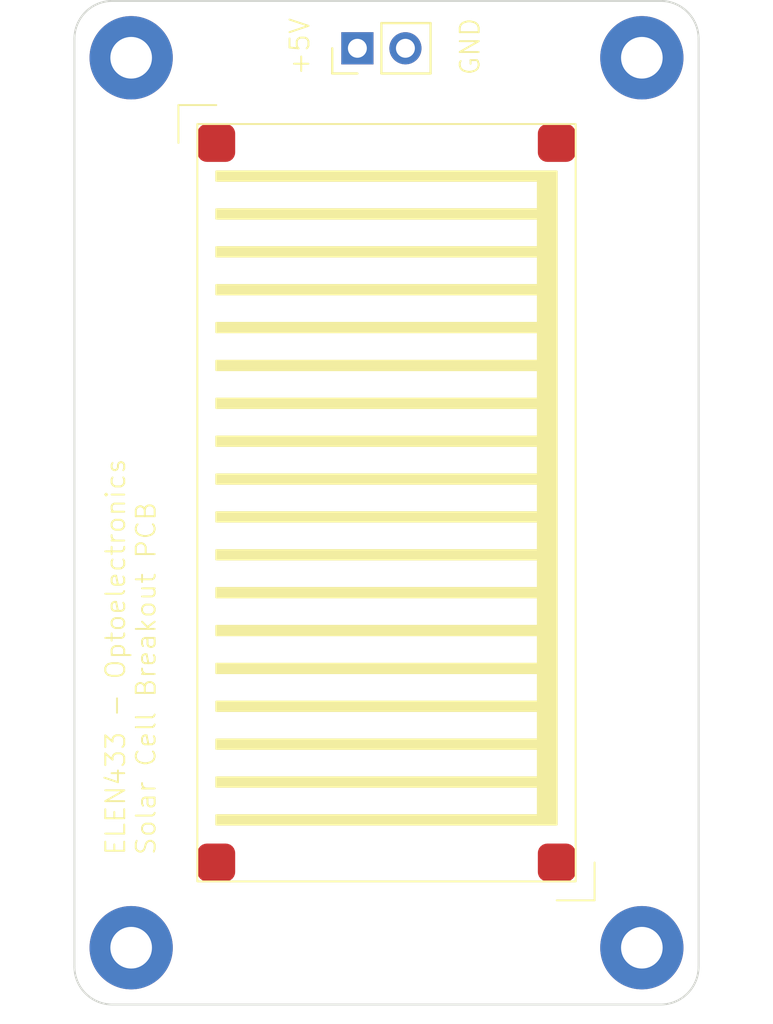
<source format=kicad_pcb>
(kicad_pcb (version 20240108) (generator "pcbnew") (generator_version "8.0")
  (layers (0 "F.Cu" signal) (31 "B.Cu" signal) (34 "B.Paste" user) (35 "F.Paste" user) (36 "B.SilkS" user "B.Silkscreen") (37 "F.SilkS" user "F.Silkscreen") (38 "B.Mask" user) (39 "F.Mask" user) (44 "Edge.Cuts" user))
  (net 0 "")
  (net 1 "+5V")
  (net 2 "GND")
  (footprint "MountingHole:MountingHole_2.2mm_M2_Pad" (layer "F.Cu") (at 129.5 51.5)
    (property "Reference" "H2" (hide yes))
    (property "Value" "MountingHole_Pad")
    (pad "1" thru_hole circle (at 0 0) (size 4.4 4.4) (drill 2.2) (layers "*.Cu" "*.Mask") (net 2 "GND"))
  )
  (footprint "MountingHole:MountingHole_2.2mm_M2_Pad" (layer "F.Cu") (at 156.5 98.5)
    (property "Reference" "H3" (hide yes))
    (property "Value" "MountingHole_Pad")
    (pad "1" thru_hole circle (at 0 0) (size 4.4 4.4) (drill 2.2) (layers "*.Cu" "*.Mask") (net 2 "GND"))
  )
  (footprint "solar:Solar" (layer "F.Cu") (at 133 95)
    (property "Reference" "U1" (hide yes))
    (property "Value" "~" (hide yes))
    (fp_line (start -1 -41) (end -1 -39) (stroke (width 0.1)) (layer "F.SilkS"))
    (fp_line (start 1 -41) (end -1 -41) (stroke (width 0.1)) (layer "F.SilkS"))
    (fp_line (start 19 1) (end 21 1) (stroke (width 0.1)) (layer "F.SilkS"))
    (fp_line (start 21 1) (end 21 -1) (stroke (width 0.1)) (layer "F.SilkS"))
    (fp_rect (start 0 -40) (end 20 0) (stroke (width 0.1)) (fill none) (layer "F.SilkS"))
    (fp_rect (start 1 -37.5) (end 18 -37) (stroke (width 0.1)) (fill solid) (layer "F.SilkS"))
    (fp_rect (start 1 -35.5) (end 18 -35) (stroke (width 0.1)) (fill solid) (layer "F.SilkS"))
    (fp_rect (start 1 -33.5) (end 18 -33) (stroke (width 0.1)) (fill solid) (layer "F.SilkS"))
    (fp_rect (start 1 -31.5) (end 18 -31) (stroke (width 0.1)) (fill solid) (layer "F.SilkS"))
    (fp_rect (start 1 -29.5) (end 18 -29) (stroke (width 0.1)) (fill solid) (layer "F.SilkS"))
    (fp_rect (start 1 -27.5) (end 18 -27) (stroke (width 0.1)) (fill solid) (layer "F.SilkS"))
    (fp_rect (start 1 -25.5) (end 18 -25) (stroke (width 0.1)) (fill solid) (layer "F.SilkS"))
    (fp_rect (start 1 -23.5) (end 18 -23) (stroke (width 0.1)) (fill solid) (layer "F.SilkS"))
    (fp_rect (start 1 -21.5) (end 18 -21) (stroke (width 0.1)) (fill solid) (layer "F.SilkS"))
    (fp_rect (start 1 -19.5) (end 18 -19) (stroke (width 0.1)) (fill solid) (layer "F.SilkS"))
    (fp_rect (start 1 -17.5) (end 18 -17) (stroke (width 0.1)) (fill solid) (layer "F.SilkS"))
    (fp_rect (start 1 -15.5) (end 18 -15) (stroke (width 0.1)) (fill solid) (layer "F.SilkS"))
    (fp_rect (start 1 -13.5) (end 18 -13) (stroke (width 0.1)) (fill solid) (layer "F.SilkS"))
    (fp_rect (start 1 -11.5) (end 18 -11) (stroke (width 0.1)) (fill solid) (layer "F.SilkS"))
    (fp_rect (start 1 -9.5) (end 18 -9) (stroke (width 0.1)) (fill solid) (layer "F.SilkS"))
    (fp_rect (start 1 -7.5) (end 18 -7) (stroke (width 0.1)) (fill solid) (layer "F.SilkS"))
    (fp_rect (start 1 -5.5) (end 18 -5) (stroke (width 0.1)) (fill solid) (layer "F.SilkS"))
    (fp_rect (start 1 -3.5) (end 18 -3) (stroke (width 0.1)) (fill solid) (layer "F.SilkS"))
    (fp_rect (start 18 -37.5) (end 19 -3) (stroke (width 0.1)) (fill solid) (layer "F.SilkS"))
    (pad "1" smd roundrect (at 1 -39) (size 2 2) (layers "F.Cu" "F.Paste" "F.Mask"))
    (pad "2" smd roundrect (at 19 -39) (size 2 2) (layers "F.Cu" "F.Paste" "F.Mask"))
    (pad "3" smd roundrect (at 1 -1) (size 2 2) (layers "F.Cu" "F.Paste" "F.Mask"))
    (pad "4" smd roundrect (at 19 -1) (size 2 2) (layers "F.Cu" "F.Paste" "F.Mask"))
  )
  (footprint "Connector_PinHeader_2.54mm:PinHeader_1x02_P2.54mm_Vertical" (layer "F.Cu") (at 141.46 51 90)
    (property "Reference" "J1" (hide yes))
    (property "Value" "Conn_01x02" (hide yes))
    (fp_line (start -1.33 -1.33) (end 0 -1.33) (stroke (width 0.12)) (layer "F.SilkS"))
    (fp_line (start -1.33 0) (end -1.33 -1.33) (stroke (width 0.12)) (layer "F.SilkS"))
    (fp_line (start 1.33 1.270001) (end 1.33 3.87) (stroke (width 0.12)) (layer "F.SilkS"))
    (fp_line (start -1.33 1.270001) (end 1.33 1.270001) (stroke (width 0.12)) (layer "F.SilkS"))
    (fp_line (start -1.33 1.270001) (end -1.33 3.87) (stroke (width 0.12)) (layer "F.SilkS"))
    (fp_line (start -1.33 3.87) (end 1.33 3.87) (stroke (width 0.12)) (layer "F.SilkS"))
    (pad "1" thru_hole rect (at 0 0 90) (size 1.7 1.7) (drill 1) (layers "*.Cu" "*.Mask") (net 1 "+5V"))
    (pad "2" thru_hole oval (at 0 2.54 90) (size 1.7 1.7) (drill 1) (layers "*.Cu" "*.Mask") (net 2 "GND"))
  )
  (footprint "MountingHole:MountingHole_2.2mm_M2_Pad" (layer "F.Cu") (at 156.5 51.5)
    (property "Reference" "H1" (hide yes))
    (property "Value" "MountingHole_Pad")
    (pad "1" thru_hole circle (at 0 0) (size 4.4 4.4) (drill 2.2) (layers "*.Cu" "*.Mask") (net 2 "GND"))
  )
  (footprint "MountingHole:MountingHole_2.2mm_M2_Pad" (layer "F.Cu") (at 129.5 98.5)
    (property "Reference" "H4" (hide yes))
    (property "Value" "MountingHole_Pad")
    (pad "1" thru_hole circle (at 0 0) (size 4.4 4.4) (drill 2.2) (layers "*.Cu" "*.Mask") (net 2 "GND"))
  )
  (gr_line (start 157.5 101.5) (end 128.5 101.5) (stroke (width 0.1)) (layer "Edge.Cuts"))
  (gr_arc (start 128.5 101.5) (mid 127.085786 100.914214) (end 126.5 99.5) (stroke (width 0.1)) (layer "Edge.Cuts"))
  (gr_line (start 159.5 50.5) (end 159.5 99.5) (stroke (width 0.1)) (layer "Edge.Cuts"))
  (gr_line (start 128.5 48.5) (end 157.5 48.5) (stroke (width 0.1)) (layer "Edge.Cuts"))
  (gr_arc (start 157.5 48.5) (mid 158.914214 49.085786) (end 159.5 50.5) (stroke (width 0.1)) (layer "Edge.Cuts"))
  (gr_line (start 126.5 99.5) (end 126.5 50.5) (stroke (width 0.1)) (layer "Edge.Cuts"))
  (gr_arc (start 159.5 99.5) (mid 158.914214 100.914214) (end 157.5 101.5) (stroke (width 0.1)) (layer "Edge.Cuts"))
  (gr_arc (start 126.5 50.5) (mid 127.085786 49.085786) (end 128.5 48.5) (stroke (width 0.1)) (layer "Edge.Cuts"))
  (gr_text "+5V" (at 139 52.5 90) (layer "F.SilkS") (effects (font (size 1 1) (thickness 0.1)) (justify left bottom)))
  (gr_text "ELEN433 - Optoelectronics\nSolar Cell Breakout PCB" (at 130.870664 93.68172 90) (layer "F.SilkS") (effects (font (size 1 1) (thickness 0.1)) (justify left bottom)))
  (gr_text "GND" (at 148 52.5 90) (layer "F.SilkS") (effects (font (size 1 1) (thickness 0.1)) (justify left bottom)))
)
</source>
